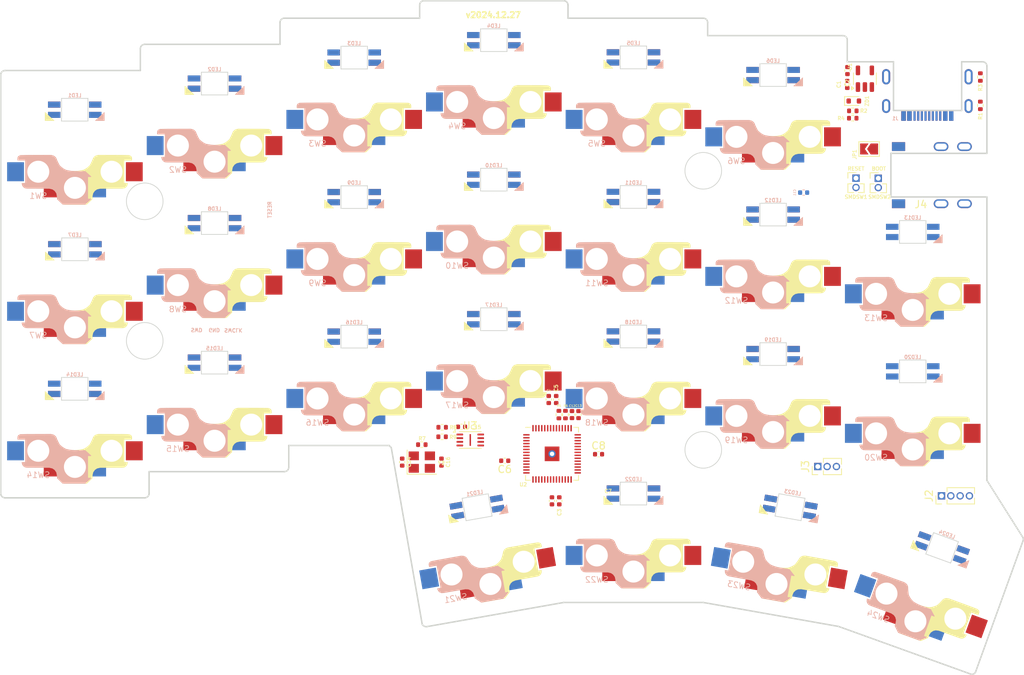
<source format=kicad_pcb>
(kicad_pcb (version 20240108) (generator "pcbnew") (generator_version "8.0")
  (title_block (title "Corne") (date "2024-05-07") (rev "4.1.0") (company "foostan"))
  (layers (0 "F.Cu" signal) (31 "B.Cu" signal) (34 "B.Paste" user) (35 "F.Paste" user) (36 "B.SilkS" user "B.Silkscreen") (37 "F.SilkS" user "F.Silkscreen") (38 "B.Mask" user) (39 "F.Mask" user) (44 "Edge.Cuts" user))
  (net 0 "")
  (net 1 "+1V1")
  (net 2 "+5V")
  (net 3 "+3V3")
  (net 4 "GND")
  (net 5 "VBUS")
  (net 6 "Net-(LED1-DOUT)")
  (net 7 "Net-(LED2-DOUT)")
  (net 8 "Net-(LED7-DOUT)")
  (net 9 "Net-(LED8-DOUT)")
  (net 10 "Net-(LED10-DIN)")
  (net 11 "Net-(LED10-DOUT)")
  (net 12 "Net-(LED15-DOUT)")
  (net 13 "Net-(LED16-DOUT)")
  (net 14 "Net-(LED17-DOUT)")
  (net 15 "Net-(LED11-DOUT)")
  (net 16 "/D-")
  (net 17 "/D+")
  (net 18 "/TX")
  (net 19 "/SCL")
  (net 20 "/SDA")
  (net 21 "/SWD")
  (net 22 "/SWCLK")
  (net 23 "/SPLIT_HAND")
  (net 24 "/LED")
  (net 25 "/USB_VBUS_PIN")
  (net 26 "/QSPI_SS")
  (net 27 "/KEY1")
  (net 28 "/KEY8")
  (net 29 "/KEY15")
  (net 30 "/KEY2")
  (net 31 "/KEY9")
  (net 32 "/KEY16")
  (net 33 "/KEY3")
  (net 34 "/KEY10")
  (net 35 "/KEY17")
  (net 36 "/KEY21")
  (net 37 "/KEY4")
  (net 38 "/KEY11")
  (net 39 "/KEY18")
  (net 40 "/KEY22")
  (net 41 "/KEY5")
  (net 42 "/KEY12")
  (net 43 "/KEY19")
  (net 44 "/KEY23")
  (net 45 "/KEY6")
  (net 46 "/KEY13")
  (net 47 "/KEY20")
  (net 48 "/KEY24")
  (net 49 "/KEY7")
  (net 50 "/KEY14")
  (net 51 "/QSPI_SD1")
  (net 52 "/QSPI_SD3")
  (net 53 "/QSPI_SCLK")
  (net 54 "/QSPI_SD2")
  (net 55 "/QSPI_SD0")
  (net 56 "Net-(LED23-DOUT)")
  (net 58 "Net-(C16-Pad1)")
  (net 59 "Net-(LED3-DOUT)")
  (net 60 "Net-(LED4-DOUT)")
  (net 61 "Net-(LED5-DOUT)")
  (net 62 "Net-(LED6-DOUT)")
  (net 63 "Net-(LED12-DOUT)")
  (net 64 "Net-(LED13-DOUT)")
  (net 65 "Net-(LED14-DOUT)")
  (net 66 "Net-(LED18-DOUT)")
  (net 67 "Net-(LED19-DOUT)")
  (net 68 "Net-(LED20-DOUT)")
  (net 69 "Net-(LED21-DOUT)")
  (net 70 "Net-(LED22-DOUT)")
  (net 73 "Net-(U2-XIN)")
  (net 74 "Net-(J1-CC2)")
  (net 76 "Net-(J1-CC1)")
  (net 80 "Net-(U2-USB_DP)")
  (net 81 "Net-(U2-USB_DM)")
  (net 82 "Net-(U2-XOUT)")
  (net 83 "Net-(R9-Pad1)")
  (net 84 "Net-(U2-RUN)")
  (footprint "Capacitor_SMD:C_0402_1005Metric" (layer "F.Cu") (at 94.317283 173.379661 90)
    (property "Reference" "C14")
    (property "Value" "27p")
  )
  (footprint "Connector_PinHeader_1.27mm:PinHeader_1x03_P1.27mm_Vertical" (layer "F.Cu") (at 151.018848 173.987109 90)
    (property "Reference" "J3")
    (property "Value" "Conn_01x03")
  )
  (footprint "Diode_SMD:D_SOD-523" (layer "F.Cu") (at 155.931951 124.083867)
    (property "Reference" "ZD1")
    (property "Value" "NSR0520V2T5G")
  )
  (footprint "Capacitor_SMD:C_0402_1005Metric" (layer "F.Cu") (at 102.417293 168.566834 180)
    (property "Reference" "C15")
    (property "Value" "1u")
  )
  (footprint "Resistor_SMD:R_0402_1005Metric" (layer "F.Cu") (at 99.760413 169.923096)
    (property "Reference" "R9")
    (property "Value" "1k")
  )
  (footprint "Resistor_SMD:R_0402_1005Metric" (layer "F.Cu") (at 155.783719 126.427627)
    (property "Reference" "R4")
    (property "Value" "10K")
  )
  (footprint "Capacitor_SMD:C_0402_1005Metric" (layer "F.Cu") (at 114.311848 164.835109 90)
    (property "Reference" "C4")
    (property "Value" "100n" (hide yes))
  )
  (footprint "Connector_PinHeader_1.27mm:PinHeader_1x02_P1.27mm_Vertical" (layer "F.Cu") (at 159.269719 134.633688)
    (property "Reference" "SMDSW2")
    (property "Value" "TS-1088R-02026")
  )
  (footprint "Capacitor_SMD:C_0402_1005Metric" (layer "F.Cu") (at 114.74852 178.670333 -90)
    (property "Reference" "C7")
    (property "Value" "100n")
  )
  (footprint "Capacitor_SMD:C_0402_1005Metric" (layer "F.Cu") (at 117.48288 166.895109 90)
    (property "Reference" "C12")
    (property "Value" "1u")
  )
  (footprint "Capacitor_SMD:C_0402_1005Metric" (layer "F.Cu") (at 155.063719 119.927627 -90)
    (property "Reference" "C2")
    (property "Value" "10u")
  )
  (footprint "Resistor_SMD:R_0402_1005Metric" (layer "F.Cu") (at 173.195999 124.679176 -90)
    (property "Reference" "R1")
    (property "Value" "5.1k")
  )
  (footprint "Resistor_SMD:R_0402_1005Metric" (layer "F.Cu") (at 96.996196 170.998413 180)
    (property "Reference" "R7")
    (property "Value" "1k")
  )
  (footprint "Resistor_SMD:R_0402_1005Metric" (layer "F.Cu") (at 116.589912 166.895109 90)
    (property "Reference" "R6")
    (property "Value" "27")
  )
  (footprint "Package_TO_SOT_SMD:SOT-23-5" (layer "F.Cu") (at 157.443719 121.040127 90)
    (property "Reference" "U1")
    (property "Value" "TLV75533PDBVR")
  )
  (footprint "Capacitor_SMD:C_0402_1005Metric" (layer "F.Cu") (at 121.106328 172.304245)
    (property "Reference" "C8")
    (property "Value" "100n")
  )
  (footprint "Connector_PinHeader_1.27mm:PinHeader_1x02_P1.27mm_Vertical" (layer "F.Cu") (at 156.229706 134.618302)
    (property "Reference" "SMDSW1")
    (property "Value" "TS-1088R-02026")
  )
  (footprint "Package_SON:Winbond_USON-8-1EP_3x2mm_P0.5mm_EP0.2x1.6mm" (layer "F.Cu") (at 103.607917 170.363722)
    (property "Reference" "U3")
    (property "Value" "W25Q16JVUXIQ")
  )
  (footprint "Capacitor_SMD:C_0402_1005Metric" (layer "F.Cu") (at 118.375848 166.895109 90)
    (property "Reference" "C13")
    (property "Value" "1u")
  )
  (footprint "Capacitor_SMD:C_0402_1005Metric" (layer "F.Cu") (at 99.6751 173.379661 -90)
    (property "Reference" "C16")
    (property "Value" "27p")
  )
  (footprint "Crystal:Crystal_SMD_3225-4Pin_3.2x2.5mm" (layer "F.Cu") (at 96.996196 173.379661)
    (property "Reference" "Y1")
    (property "Value" "12MHz")
  )
  (footprint "Capacitor_SMD:C_0402_1005Metric" (layer "F.Cu") (at 108.30712 173.197213 180)
    (property "Reference" "C6")
    (property "Value" "100n")
  )
  (footprint "Resistor_SMD:R_0402_1005Metric" (layer "F.Cu") (at 115.696944 166.895109 -90)
    (property "Reference" "R5")
    (property "Value" "27")
  )
  (footprint "Capacitor_SMD:C_0402_1005Metric" (layer "F.Cu") (at 115.74852 178.670333 -90)
    (property "Reference" "C3")
    (property "Value" "100n")
  )
  (footprint "Resistor_SMD:R_0402_1005Metric" (layer "F.Cu") (at 99.770413 168.62544 180)
    (property "Reference" "R8")
    (property "Value" "10k")
  )
  (footprint "Capacitor_SMD:C_0402_1005Metric" (layer "F.Cu") (at 155.038983 121.817931 90)
    (property "Reference" "C1")
    (property "Value" "10u")
  )
  (footprint "Connector_PinHeader_1.27mm:PinHeader_1x04_P1.27mm_Vertical" (layer "F.Cu") (at 167.893848 177.987109 90)
    (property "Reference" "J2")
    (property "Value" "Conn_01x04")
  )
  (footprint "kbd_local:QFN-56-1EP_7x7mm_P0.4mm_EP3.2x3.2mm" (layer "F.Cu") (at 114.763848 172.255109)
    (property "Reference" "U2")
    (property "Value" "RP2040")
  )
  (footprint "Resistor_SMD:R_0402_1005Metric" (layer "F.Cu") (at 173.195999 120.809648 -90)
    (property "Reference" "R3")
    (property "Value" "5.1k" (hide yes))
  )
  (footprint "Jumper:SolderJumper-2_P1.3mm_Open_TrianglePad1.0x1.5mm" (layer "F.Cu") (at 158.015645 130.63233 180)
    (property "Reference" "JP1")
    (property "Value" "Split Right")
  )
  (footprint "Capacitor_SMD:C_0402_1005Metric" (layer "F.Cu") (at 115.327848 164.835109 90)
    (property "Reference" "C5")
    (property "Value" "100n")
  )
  (footprint "Resistor_SMD:R_0402_1005Metric" (layer "F.Cu") (at 155.793719 125.427627 180)
    (property "Reference" "R2")
    (property "Value" "5.6k")
  )
  (footprint "kbd_local:PJ-398A-5A_PJ-399B-6A-dual" (layer "F.Cu") (at 173.831159 134.204168 -90)
    (property "Reference" "J4")
    (property "Value" "SJ-3501-SMT-TR")
  )
  (footprint "kbd_local:keyswitch_choc12_hotswap_1u_dual" (layer "B.Cu") (at 68.718848 126.465234 180)
    (property "Reference" "SW2")
    (property "Value" "SW_Push" (hide yes))
  )
  (footprint "kbd_local:YS-SK6812MINI-E-dual" (layer "B.Cu") (at 125.868848 137.180859 180)
    (property "Reference" "LED11")
    (property "Value" "YS-SK6812MINI-E" (hide yes))
    (fp_line (start 1.8 1.55) (end -1.8 1.55) (stroke (width 0.1)) (layer "Edge.Cuts"))
    (fp_line (start 1.8 -1.55) (end 1.8 1.55) (stroke (width 0.1)) (layer "Edge.Cuts"))
    (fp_line (start -1.8 1.55) (end -1.8 -1.55) (stroke (width 0.1)) (layer "Edge.Cuts"))
    (fp_line (start -1.8 -1.55) (end 1.8 -1.55) (stroke (width 0.1)) (layer "Edge.Cuts"))
  )
  (footprint "kbd_local:YS-SK6812MINI-E-dual" (layer "B.Cu") (at 49.643848 163.374609 180)
    (property "Reference" "LED14")
    (property "Value" "YS-SK6812MINI-E" (hide yes))
    (fp_line (start 1.8 1.55) (end -1.8 1.55) (stroke (width 0.1)) (layer "Edge.Cuts"))
    (fp_line (start 1.8 -1.55) (end 1.8 1.55) (stroke (width 0.1)) (layer "Edge.Cuts"))
    (fp_line (start -1.8 1.55) (end -1.8 -1.55) (stroke (width 0.1)) (layer "Edge.Cuts"))
    (fp_line (start -1.8 -1.55) (end 1.8 -1.55) (stroke (width 0.1)) (layer "Edge.Cuts"))
  )
  (footprint "kbd_local:keyswitch_choc12_hotswap_1u_dual" (layer "B.Cu") (at 106.818848 158.612109 180)
    (property "Reference" "SW17")
    (property "Value" "SW_Push" (hide yes))
  )
  (footprint "kbd_local:keyswitch_choc12_hotswap_1u_dual" (layer "B.Cu") (at 87.768848 141.943359 180)
    (property "Reference" "SW9")
    (property "Value" "SW_Push" (hide yes))
  )
  (footprint "kbd_local:YS-SK6812MINI-E-dual" (layer "B.Cu") (at 125.868848 156.230859 180)
    (property "Reference" "LED18")
    (property "Value" "YS-SK6812MINI-E" (hide yes))
    (fp_line (start 1.8 1.55) (end -1.8 1.55) (stroke (width 0.1)) (layer "Edge.Cuts"))
    (fp_line (start 1.8 -1.55) (end 1.8 1.55) (stroke (width 0.1)) (layer "Edge.Cuts"))
    (fp_line (start -1.8 1.55) (end -1.8 -1.55) (stroke (width 0.1)) (layer "Edge.Cuts"))
    (fp_line (start -1.8 -1.55) (end 1.8 -1.55) (stroke (width 0.1)) (layer "Edge.Cuts"))
  )
  (footprint "kbd_local:keyswitch_choc12_hotswap_1u_dual" (layer "B.Cu") (at 49.668848 168.137109 180)
    (property "Reference" "SW14")
    (property "Value" "SW_Push" (hide yes))
  )
  (footprint "kbd_local:YS-SK6812MINI-E-dual" (layer "B.Cu") (at 68.718848 140.752734 180)
    (property "Reference" "LED8")
    (property "Value" "YS-SK6812MINI-E" (hide yes))
    (fp_line (start 1.8 1.55) (end -1.8 1.55) (stroke (width 0.1)) (layer "Edge.Cuts"))
    (fp_line (start 1.8 -1.55) (end 1.8 1.55) (stroke (width 0.1)) (layer "Edge.Cuts"))
    (fp_line (start -1.8 1.55) (end -1.8 -1.55) (stroke (width 0.1)) (layer "Edge.Cuts"))
    (fp_line (start -1.8 -1.55) (end 1.8 -1.55) (stroke (width 0.1)) (layer "Edge.Cuts"))
  )
  (footprint "kbd_local:keyswitch_choc12_hotswap_1u_dual" (layer "B.Cu") (at 49.668848 149.087109 180)
    (property "Reference" "SW7")
    (property "Value" "SW_Push" (hide yes))
  )
  (footprint "Capacitor_SMD:C_0402_1005Metric" (layer "B.Cu") (at 149.085992 136.585525 180)
    (property "Reference" "C11")
    (property "Value" "100n" (hide yes))
  )
  (footprint "kbd_local:YS-SK6812MINI-E-dual" (layer "B.Cu") (at 87.768848 137.205859 180)
    (property "Reference" "LED9")
    (property "Value" "YS-SK6812MINI-E" (hide yes))
    (fp_line (start 1.8 1.55) (end -1.8 1.55) (stroke (width 0.1)) (layer "Edge.Cuts"))
    (fp_line (start 1.8 -1.55) (end 1.8 1.55) (stroke (width 0.1)) (layer "Edge.Cuts"))
    (fp_line (start -1.8 1.55) (end -1.8 -1.55) (stroke (width 0.1)) (layer "Edge.Cuts"))
    (fp_line (start -1.8 -1.55) (end 1.8 -1.55) (stroke (width 0.1)) (layer "Edge.Cuts"))
  )
  (footprint "kbd_local:keyswitch_choc12_hotswap_1u_dual" (layer "B.Cu") (at 125.868848 160.993359 180)
    (property "Reference" "SW18")
    (property "Value" "SW_Push" (hide yes))
  )
  (footprint "kbd_local:keyswitch_choc12_hotswap_1u_dual" (layer "B.Cu") (at 106.818848 120.512109 180)
    (property "Reference" "SW4")
    (property "Value" "SW_Push" (hide yes))
  )
  (footprint "kbd_local:YS-SK6812MINI-E-dual" (layer "B.Cu") (at 104.537446 179.539749 -170)
    (property "Reference" "LED21")
    (property "Value" "YS-SK6812MINI-E" (hide yes))
    (fp_line (start 1.8 1.55) (end -1.8 1.55) (stroke (width 0.1)) (layer "Edge.Cuts"))
    (fp_line (start 1.8 -1.55) (end 1.8 1.55) (stroke (width 0.1)) (layer "Edge.Cuts"))
    (fp_line (start -1.8 1.55) (end -1.8 -1.55) (stroke (width 0.1)) (layer "Edge.Cuts"))
    (fp_line (start -1.8 -1.55) (end 1.8 -1.55) (stroke (width 0.1)) (layer "Edge.Cuts"))
  )
  (footprint "kbd_local:keyswitch_choc12_hotswap_1u_dual" (layer "B.Cu") (at 125.868872 182.424669 180)
    (property "Reference" "SW22")
    (property "Value" "SW_Push" (hide yes))
  )
  (footprint "kbd_local:keyswitch_choc12_hotswap_1u_dual" (layer "B.Cu") (at 106.818848 139.562109 180)
    (property "Reference" "SW10")
    (property "Value" "SW_Push" (hide yes))
  )
  (footprint "kbd_local:YS-SK6812MINI-E-dual" (layer "B.Cu") (at 106.818848 134.824609 180)
    (property "Reference" "LED10")
    (property "Value" "YS-SK6812MINI-E" (hide yes))
    (fp_line (start 1.8 1.55) (end -1.8 1.55) (stroke (width 0.1)) (layer "Edge.Cuts"))
    (fp_line (start 1.8 -1.55) (end 1.8 1.55) (stroke (width 0.1)) (layer "Edge.Cuts"))
    (fp_line (start -1.8 1.55) (end -1.8 -1.55) (stroke (width 0.1)) (layer "Edge.Cuts"))
    (fp_line (start -1.8 -1.55) (end 1.8 -1.55) (stroke (width 0.1)) (layer "Edge.Cuts"))
  )
  (footprint "kbd_local:keyswitch_choc12_hotswap_1u_dual" (layer "B.Cu") (at 125.868848 141.943359 180)
    (property "Reference" "SW11")
    (property "Value" "SW_Push" (hide yes))
  )
  (footprint "kbd_local:YS-SK6812MINI-E-dual" (layer "B.Cu") (at 144.918848 139.587109 180)
    (property "Reference" "LED12")
    (property "Value" "YS-SK6812MINI-E" (hide yes))
    (fp_line (start 1.8 1.55) (end -1.8 1.55) (stroke (width 0.1)) (layer "Edge.Cuts"))
    (fp_line (start 1.8 -1.55) (end 1.8 1.55) (stroke (width 0.1)) (layer "Edge.Cuts"))
    (fp_line (start -1.8 1.55) (end -1.8 -1.55) (stroke (width 0.1)) (layer "Edge.Cuts"))
    (fp_line (start -1.8 -1.55) (end 1.8 -1.55) (stroke (width 0.1)) (layer "Edge.Cuts"))
  )
  (footprint "kbd_local:keyswitch_choc12_hotswap_1u_dual" (layer "B.Cu") (at 144.918848 163.374609 180)
    (property "Reference" "SW19")
    (property "Value" "SW_Push" (hide yes))
  )
  (footprint "kbd_local:YS-SK6812MINI-E-dual" (layer "B.Cu") (at 125.868848 118.130859 180)
    (property "Reference" "LED5")
    (property "Value" "YS-SK6812MINI-E" (hide yes))
    (fp_line (start 1.8 1.55) (end -1.8 1.55) (stroke (width 0.1)) (layer "Edge.Cuts"))
    (fp_line (start 1.8 -1.55) (end 1.8 1.55) (stroke (width 0.1)) (layer "Edge.Cuts"))
    (fp_line (start -1.8 1.55) (end -1.8 -1.55) (stroke (width 0.1)) (layer "Edge.Cuts"))
    (fp_line (start -1.8 -1.55) (end 1.8 -1.55) (stroke (width 0.1)) (layer "Edge.Cuts"))
  )
  (footprint "kbd_local:YS-SK6812MINI-E-dual" (layer "B.Cu") (at 49.643848 125.274609 180)
    (property "Reference" "LED1")
    (property "Value" "YS-SK6812MINI-E" (hide yes))
    (fp_line (start 1.8 1.55) (end -1.8 1.55) (stroke (width 0.1)) (layer "Edge.Cuts"))
    (fp_line (start 1.8 -1.55) (end 1.8 1.55) (stroke (width 0.1)) (layer "Edge.Cuts"))
    (fp_line (start -1.8 1.55) (end -1.8 -1.55) (stroke (width 0.1)) (layer "Edge.Cuts"))
    (fp_line (start -1.8 -1.55) (end 1.8 -1.55) (stroke (width 0.1)) (layer "Edge.Cuts"))
  )
  (footprint "kbd_local:keyswitch_choc12_hotswap_1u_dual" (layer "B.Cu") (at 163.968775 165.755781 180)
    (property "Reference" "SW20")
    (property "Value" "SW_Push" (hide yes))
  )
  (footprint "kbd_local:keyswitch_choc12_hotswap_1u_dual" (layer "B.Cu") (at 87.768848 122.893359 180)
    (property "Reference" "SW3")
    (property "Value" "SW_Push" (hide yes))
  )
  (footprint "kbd_local:keyswitch_choc12_hotswap_1u_dual" (layer "B.Cu") (at 166.35004 189.568425 160)
    (property "Reference" "SW24")
    (property "Value" "SW_Push" (hide yes))
  )
  (footprint "kbd_local:YS-SK6812MINI-E-dual" (layer "B.Cu") (at 106.818848 153.874609 180)
    (property "Reference" "LED17")
    (property "Value" "YS-SK6812MINI-E" (hide yes))
    (fp_line (start 1.8 1.55) (end -1.8 1.55) (stroke (width 0.1)) (layer "Edge.Cuts"))
    (fp_line (start 1.8 -1.55) (end 1.8 1.55) (stroke (width 0.1)) (layer "Edge.Cuts"))
    (fp_line (start -1.8 1.55) (end -1.8 -1.55) (stroke (width 0.1)) (layer "Edge.Cuts"))
    (fp_line (start -1.8 -1.55) (end 1.8 -1.55) (stroke (width 0.1)) (layer "Edge.Cuts"))
  )
  (footprint "kbd_local:YS-SK6812MINI-E-dual" (layer "B.Cu") (at 144.918848 158.637109 180)
    (property "Reference" "LED19")
    (property "Value" "YS-SK6812MINI-E" (hide yes))
    (fp_line (start 1.8 1.55) (end -1.8 1.55) (stroke (width 0.1)) (layer "Edge.Cuts"))
    (fp_line (start 1.8 -1.55) (end 1.8 1.55) (stroke (width 0.1)) (layer "Edge.Cuts"))
    (fp_line (start -1.8 1.55) (end -1.8 -1.55) (stroke (width 0.1)) (layer "Edge.Cuts"))
    (fp_line (start -1.8 -1.55) (end 1.8 -1.55) (stroke (width 0.1)) (layer "Edge.Cuts"))
  )
  (footprint "kbd_local:YS-SK6812MINI-E-dual" (layer "B.Cu") (at 144.918848 120.537109 180)
    (property "Reference" "LED6")
    (property "Value" "YS-SK6812MINI-E" (hide yes))
    (fp_line (start 1.8 1.55) (end -1.8 1.55) (stroke (width 0.1)) (layer "Edge.Cuts"))
    (fp_line (start 1.8 -1.55) (end 1.8 1.55) (stroke (width 0.1)) (layer "Edge.Cuts"))
    (fp_line (start -1.8 1.55) (end -1.8 -1.55) (stroke (width 0.1)) (layer "Edge.Cuts"))
    (fp_line (start -1.8 -1.55) (end 1.8 -1.55) (stroke (width 0.1)) (layer "Edge.Cuts"))
  )
  (footprint "kbd_local:YS-SK6812MINI-E-dual" (layer "B.Cu") (at 87.768848 118.155859 180)
    (property "Reference" "LED3")
    (property "Value" "YS-SK6812MINI-E" (hide yes))
    (fp_line (start 1.8 1.55) (end -1.8 1.55) (stroke (width 0.1)) (layer "Edge.Cuts"))
    (fp_line (start 1.8 -1.55) (end 1.8 1.55) (stroke (width 0.1)) (layer "Edge.Cuts"))
    (fp_line (start -1.8 1.55) (end -1.8 -1.55) (stroke (width 0.1)) (layer "Edge.Cuts"))
    (fp_line (start -1.8 -1.55) (end 1.8 -1.55) (stroke (width 0.1)) (layer "Edge.Cuts"))
  )
  (footprint "kbd_local:YS-SK6812MINI-E" (layer "B.Cu") (at 163.968775 160.993281 180)
    (property "Reference" "LED20")
    (property "Value" "YS-SK6812MINI-E" (hide yes))
    (fp_line (start 1.8 1.55) (end 1.8 -1.55) (stroke (width 0.1)) (layer "Edge.Cuts"))
    (fp_line (start 1.8 -1.55) (end -1.8 -1.55) (stroke (width 0.1)) (layer "Edge.Cuts"))
    (fp_line (start -1.8 1.55) (end 1.8 1.55) (stroke (width 0.1)) (layer "Edge.Cuts"))
    (fp_line (start -1.8 -1.55) (end -1.8 1.55) (stroke (width 0.1)) (layer "Edge.Cuts"))
  )
  (footprint "kbd_local:YS-SK6812MINI-E-dual" (layer "B.Cu") (at 87.768848 156.255859 180)
    (property "Reference" "LED16")
    (property "Value" "YS-SK6812MINI-E" (hide yes))
    (fp_line (start 1.8 1.55) (end -1.8 1.55) (stroke (width 0.1)) (layer "Edge.Cuts"))
    (fp_line (start 1.8 -1.55) (end 1.8 1.55) (stroke (width 0.1)) (layer "Edge.Cuts"))
    (fp_line (start -1.8 1.55) (end -1.8 -1.55) (stroke (width 0.1)) (layer "Edge.Cuts"))
    (fp_line (start -1.8 -1.55) (end 1.8 -1.55) (stroke (width 0.1)) (layer "Edge.Cuts"))
  )
  (footprint "kbd_local:YS-SK6812MINI-E" (layer "B.Cu") (at 163.968777 141.955781 180)
    (property "Reference" "LED13")
    (property "Value" "YS-SK6812MINI-E" (hide yes))
    (fp_line (start 1.8 1.55) (end 1.8 -1.55) (stroke (width 0.1)) (layer "Edge.Cuts"))
    (fp_line (start 1.8 -1.55) (end -1.8 -1.55) (stroke (width 0.1)) (layer "Edge.Cuts"))
    (fp_line (start -1.8 1.55) (end 1.8 1.55) (stroke (width 0.1)) (layer "Edge.Cuts"))
    (fp_line (start -1.8 -1.55) (end -1.8 1.55) (stroke (width 0.1)) (layer "Edge.Cuts"))
  )
  (footprint "kbd_local:YS-SK6812MINI-E-dual" (layer "B.Cu") (at 68.718848 159.802734 180)
    (property "Reference" "LED15")
    (property "Value" "YS-SK6812MINI-E" (hide yes))
    (fp_line (start 1.8 1.55) (end -1.8 1.55) (stroke (width 0.1)) (layer "Edge.Cuts"))
    (fp_line (start 1.8 -1.55) (end 1.8 1.55) (stroke (width 0.1)) (layer "Edge.Cuts"))
    (fp_line (start -1.8 1.55) (end -1.8 -1.55) (stroke (width 0.1)) (layer "Edge.Cuts"))
    (fp_line (start -1.8 -1.55) (end 1.8 -1.55) (stroke (width 0.1)) (layer "Edge.Cuts"))
  )
  (footprint "kbd_local:keyswitch_choc12_hotswap_1u_dual" (layer "B.Cu") (at 105.33056 184.210485 -170)
    (property "Reference" "SW21")
    (property "Value" "SW_Push" (hide yes))
  )
  (footprint "kbd_local:keyswitch_choc12_hotswap_1u_dual" (layer "B.Cu") (at 125.868848 122.893359 180)
    (property "Reference" "SW5")
    (property "Value" "SW_Push" (hide yes))
  )
  (footprint "kbd_local:keyswitch_choc12_hotswap_1u_dual" (layer "B.Cu") (at 144.918848 125.274609 180)
    (property "Reference" "SW6")
    (property "Value" "SW_Push" (hide yes))
  )
  (footprint "kbd_local:keyswitch_choc12_hotswap_1u_dual" (layer "B.Cu") (at 163.968775 146.705781 180)
    (property "Reference" "SW13")
    (property "Value" "SW_Push" (hide yes))
  )
  (footprint "kbd_local:keyswitch_choc12_hotswap_1u_dual" (layer "B.Cu") (at 146.407088 184.210485 170)
    (property "Reference" "SW23")
    (property "Value" "SW_Push" (hide yes))
  )
  (footprint "kbd_local:YS-SK6812MINI-E-dual" (layer "B.Cu") (at 106.818848 115.774609 180)
    (property "Reference" "LED4")
    (property "Value" "YS-SK6812MINI-E" (hide yes))
    (fp_line (start 1.8 1.55) (end -1.8 1.55) (stroke (width 0.1)) (layer "Edge.Cuts"))
    (fp_line (start 1.8 -1.55) (end 1.8 1.55) (stroke (width 0.1)) (layer "Edge.Cuts"))
    (fp_line (start -1.8 1.55) (end -1.8 -1.55) (stroke (width 0.1)) (layer "Edge.Cuts"))
    (fp_line (start -1.8 -1.55) (end 1.8 -1.55) (stroke (width 0.1)) (layer "Edge.Cuts"))
  )
  (footprint "kbd_local:TYPE-C-31-M-13C-dual" (layer "B.Cu") (at 165.96622 120.771377)
    (property "Reference" "J1")
    (property "Value" "USB4520-03-0-A")
  )
  (footprint "kbd_local:keyswitch_choc12_hotswap_1u_dual" (layer "B.Cu") (at 144.918848 144.324609 180)
    (property "Reference" "SW12")
    (property "Value" "SW_Push" (hide yes))
  )
  (footprint "kbd_local:keyswitch_choc12_hotswap_1u_dual" (layer "B.Cu") (at 49.668848 130.037109 180)
    (property "Reference" "SW1")
    (property "Value" "SW_Push" (hide yes))
  )
  (footprint "kbd_local:keyswitch_choc12_hotswap_1u_dual" (layer "B.Cu") (at 68.718848 145.515234 180)
    (property "Reference" "SW8")
    (property "Value" "SW_Push" (hide yes))
  )
  (footprint "kbd_local:keyswitch_choc12_hotswap_1u_dual" (layer "B.Cu") (at 87.768848 160.993359 180)
    (property "Reference" "SW16")
    (property "Value" "SW_Push" (hide yes))
  )
  (footprint "kbd_local:YS-SK6812MINI-E-dual" (layer "B.Cu") (at 49.668848 144.324609 180)
    (property "Reference" "LED7")
    (property "Value" "YS-SK6812MINI-E" (hide yes))
    (fp_line (start 1.8 1.55) (end -1.8 1.55) (stroke (width 0.1)) (layer "Edge.Cuts"))
    (fp_line (start 1.8 -1.55) (end 1.8 1.55) (stroke (width 0.1)) (layer "Edge.Cuts"))
    (fp_line (start -1.8 1.55) (end -1.8 -1.55) (stroke (width 0.1)) (layer "Edge.Cuts"))
    (fp_line (start -1.8 -1.55) (end 1.8 -1.55) (stroke (width 0.1)) (layer "Edge.Cuts"))
  )
  (footprint "kbd_local:YS-SK6812MINI-E-dual" (layer "B.Cu") (at 167.975143 185.089843 160)
    (property "Reference" "LED24")
    (property "Value" "YS-SK6812MINI-E" (hide yes))
    (fp_line (start 1.800001 -1.549999) (end 1.800001 1.55) (stroke (width 0.1)) (layer "Edge.Cuts"))
    (fp_line (start 1.800001 1.55) (end -1.800001 1.549999) (stroke (width 0.1)) (layer "Edge.Cuts"))
    (fp_line (start -1.800001 -1.55) (end 1.800001 -1.549999) (stroke (width 0.1)) (layer "Edge.Cuts"))
    (fp_line (start -1.800001 1.549999) (end -1.800001 -1.55) (stroke (width 0.1)) (layer "Edge.Cuts"))
  )
  (footprint "kbd_local:YS-SK6812MINI-E-dual" (layer "B.Cu") (at 125.868872 177.675919 180)
    (property "Reference" "LED22")
    (property "Value" "YS-SK6812MINI-E" (hide yes))
    (fp_line (start 1.8 1.55) (end -1.8 1.55) (stroke (width 0.1)) (layer "Edge.Cuts"))
    (fp_line (start 1.8 -1.55) (end 1.8 1.55) (stroke (width 0.1)) (layer "Edge.Cuts"))
    (fp_line (start -1.8 1.55) (end -1.8 -1.55) (stroke (width 0.1)) (layer "Edge.Cuts"))
    (fp_line (start -1.8 -1.55) (end 1.8 -1.55) (stroke (width 0.1)) (layer "Edge.Cuts"))
  )
  (footprint "kbd_local:keyswitch_choc12_hotswap_1u_dual" (layer "B.Cu") (at 68.718848 164.565234 180)
    (property "Reference" "SW15")
    (property "Value" "SW_Push" (hide yes))
  )
  (footprint "kbd_local:YS-SK6812MINI-E-dual" (layer "B.Cu") (at 147.229903 179.534666 169.999)
    (property "Reference" "LED23")
    (property "Value" "YS-SK6812MINI-E" (hide yes))
    (fp_line (start 1.799999 -1.549999) (end 1.8 1.549999) (stroke (width 0.1)) (layer "Edge.Cuts"))
    (fp_line (start 1.8 1.549999) (end -1.799999 1.549999) (stroke (width 0.1)) (layer "Edge.Cuts"))
    (fp_line (start -1.8 -1.549999) (end 1.799999 -1.549999) (stroke (width 0.1)) (layer "Edge.Cuts"))
    (fp_line (start -1.799999 1.549999) (end -1.8 -1.549999) (stroke (width 0.1)) (layer "Edge.Cuts"))
  )
  (footprint "kbd_local:YS-SK6812MINI-E-dual" (layer "B.Cu") (at 68.718848 121.702734 180)
    (property "Reference" "LED2")
    (property "Value" "YS-SK6812MINI-E" (hide yes))
    (fp_line (start 1.8 1.55) (end -1.8 1.55) (stroke (width 0.1)) (layer "Edge.Cuts"))
    (fp_line (start 1.8 -1.55) (end 1.8 1.55) (stroke (width 0.1)) (layer "Edge.Cuts"))
    (fp_line (start -1.8 1.55) (end -1.8 -1.55) (stroke (width 0.1)) (layer "Edge.Cuts"))
    (fp_line (start -1.8 -1.55) (end 1.8 -1.55) (stroke (width 0.1)) (layer "Edge.Cuts"))
  )
  (gr_line (start 160.992103 131.227608) (end 160.992103 137.180728) (stroke (width 0.2)) (layer "Edge.Cuts"))
  (gr_arc (start 78.839145 174.090287) (mid 78.664782 174.511236) (end 78.243832 174.6856) (stroke (width 0.2)) (layer "Edge.Cuts"))
  (gr_line (start 174.089096 175.280805) (end 174.089225 175.876226) (stroke (width 0.2)) (layer "Edge.Cuts"))
  (gr_line (start 77.648519 113.368361) (end 77.648519 116.344926) (stroke (width 0.2)) (layer "Edge.Cuts"))
  (gr_line (start 174.088967 137.180728) (end 174.089096 175.280805) (stroke (width 0.2)) (layer "Edge.Cuts"))
  (gr_line (start 174.088967 131.227608) (end 174.089096 119.321383) (stroke (width 0.2)) (layer "Edge.Cuts"))
  (gr_arc (start 40.1438 178.257478) (mid 39.72285 178.083115) (end 39.548487 177.662165) (stroke (width 0.2)) (layer "Edge.Cuts"))
  (gr_arc (start 96.698535 110.987109) (mid 96.872898 110.566159) (end 97.293848 110.391796) (stroke (width 0.2)) (layer "Edge.Cuts"))
  (gr_line (start 39.548487 120.512117) (end 39.548487 177.662165) (stroke (width 0.2)) (layer "Edge.Cuts"))
  (gr_line (start 155.03908 118.72607) (end 161.343719 118.72607) (stroke (width 0.2)) (layer "Edge.Cuts"))
  (gr_line (start 116.343864 192.54499) (end 135.39388 192.54499) (stroke (width 0.2)) (layer "Edge.Cuts"))
  (gr_arc (start 178.977383 183.63355) (mid 179.057126 183.848772) (end 179.033848 184.077109) (stroke (width 0.2)) (layer "Edge.Cuts"))
  (gr_line (start 172.537967 202.038421) (end 179.033848 184.077109) (stroke (width 0.2)) (layer "Edge.Cuts"))
  (gr_line (start 97.734834 195.834742) (end 116.343864 192.54499) (stroke (width 0.2)) (layer "Edge.Cuts"))
  (gr_circle (center 135.393848 133.609003) (end 137.893848 133.609003) (stroke (width 0.1)) (fill none) (layer "Edge.Cuts"))
  (gr_arc (start 116.343864 110.391796) (mid 116.764814 110.566159) (end 116.939177 110.987109) (stroke (width 0.2)) (layer "Edge.Cuts"))
  (gr_line (start 58.598503 116.940239) (end 58.598503 119.916804) (stroke (width 0.2)) (layer "Edge.Cuts"))
  (gr_arc (start 135.39388 112.773048) (mid 135.81483 112.947411) (end 135.989193 113.368361) (stroke (width 0.2)) (layer "Edge.Cuts"))
  (gr_line (start 116.939177 112.773048) (end 135.39388 112.773048) (stroke (width 0.2)) (layer "Edge.Cuts"))
  (gr_line (start 153.848488 195.819069) (end 172.005504 202.367501) (stroke (width 0.2)) (layer "Edge.Cuts"))
  (gr_line (start 78.839145 174.090287) (end 78.839145 171.113722) (stroke (width 0.2)) (layer "Edge.Cuts"))
  (gr_line (start 40.1438 178.257478) (end 59.193816 178.257478) (stroke (width 0.2)) (layer "Edge.Cuts"))
  (gr_line (start 135.989193 115.1543) (end 154.443896 115.1543) (stroke (width 0.2)) (layer "Edge.Cuts"))
  (gr_line (start 59.789129 174.6856) (end 78.243832 174.6856) (stroke (width 0.2)) (layer "Edge.Cuts"))
  (gr_line (start 161.343719 118.72607) (end 161.34622 125.368877) (stroke (width 0.2)) (layer "Edge.Cuts"))
  (gr_line (start 135.39388 192.54499) (end 153.848488 195.819069) (stroke (width 0.2)) (layer "Edge.Cuts"))
  (gr_line (start 135.989193 113.368361) (end 135.989193 115.1543) (stroke (width 0.2)) (layer "Edge.Cuts"))
  (gr_arc (start 59.789129 177.662165) (mid 59.614766 178.083114) (end 59.193816 178.257478) (stroke (width 0.2)) (layer "Edge.Cuts"))
  (gr_line (start 78.839145 171.113722) (end 92.531344 171.113722) (stroke (width 0.2)) (layer "Edge.Cuts"))
  (gr_line (start 96.698535 112.773048) (end 78.243832 112.773048) (stroke (width 0.2)) (layer "Edge.Cuts"))
  (gr_circle (center 59.193848 137.776194) (end 61.693848 137.776194) (stroke (width 0.1)) (fill none) (layer "Edge.Cuts"))
  (gr_arc (start 77.648519 113.368361) (mid 77.822882 112.947411) (end 78.243832 112.773048) (stroke (width 0.2)) (layer "Edge.Cuts"))
  (gr_line (start 160.992103 137.180728) (end 174.088967 137.180728) (stroke (width 0.2)) (layer "Edge.Cuts"))
  (gr_line (start 92.829008 171.411277) (end 92.531344 171.113722) (stroke (width 0.2)) (layer "Edge.Cuts"))
  (gr_line (start 59.789129 177.662165) (end 59.789129 174.6856) (stroke (width 0.2)) (layer "Edge.Cuts"))
  (gr_line (start 174.088967 131.227608) (end 160.992103 131.227608) (stroke (width 0.2)) (layer "Edge.Cuts"))
  (gr_line (start 77.648519 116.344926) (end 59.193816 116.344926) (stroke (width 0.2)) (layer "Edge.Cuts"))
  (gr_arc (start 172.537967 202.038421) (mid 172.318478 202.278592) (end 172.005504 202.367501) (stroke (width 0.2)) (layer "Edge.Cuts"))
  (gr_line (start 178.977383 183.63355) (end 174.089225 175.876226) (stroke (width 0.2)) (layer "Edge.Cuts"))
  (gr_arc (start 97.734834 195.834742) (mid 97.339137 195.793123) (end 97.04848 195.521413) (stroke (width 0.2)) (layer "Edge.Cuts"))
  (gr_line (start 97.04848 195.521413) (end 92.829008 171.411277) (stroke (width 0.2)) (layer "Edge.Cuts"))
  (gr_arc (start 173.493783 118.72607) (mid 173.914733 118.900433) (end 174.089096 119.321383) (stroke (width 0.2)) (layer "Edge.Cuts"))
  (gr_arc (start 39.548487 120.512117) (mid 39.72285 120.091167) (end 40.1438 119.916804) (stroke (width 0.2)) (layer "Edge.Cuts"))
  (gr_line (start 170.64122 125.375752) (end 161.34622 125.368877) (stroke (width 0.2)) (layer "Edge.Cuts"))
  (gr_line (start 58.598503 119.916804) (end 40.1438 119.916804) (stroke (width 0.2)) (layer "Edge.Cuts"))
  (gr_circle (center 135.393846 171.709035) (end 137.893846 171.709035) (stroke (width 0.1)) (fill none) (layer "Edge.Cuts"))
  (gr_circle (center 59.193848 156.82621) (end 61.693848 156.82621) (stroke (width 0.1)) (fill none) (layer "Edge.Cuts"))
  (gr_line (start 155.039209 115.749613) (end 155.03908 118.72607) (stroke (width 0.2)) (layer "Edge.Cuts"))
  (gr_line (start 170.64122 125.375752) (end 170.643719 118.72607) (stroke (width 0.2)) (layer "Edge.Cuts"))
  (gr_line (start 96.698535 110.987109) (end 96.698535 112.773048) (stroke (width 0.2)) (layer "Edge.Cuts"))
  (gr_line (start 116.939177 110.987109) (end 116.939177 112.773048) (stroke (width 0.2)) (layer "Edge.Cuts"))
  (gr_arc (start 154.443896 115.1543) (mid 154.864846 115.328663) (end 155.039209 115.749613) (stroke (width 0.2)) (layer "Edge.Cuts"))
  (gr_line (start 97.293848 110.391796) (end 116.343864 110.391796) (stroke (width 0.2)) (layer "Edge.Cuts"))
  (gr_arc (start 58.598503 116.940239) (mid 58.772866 116.519289) (end 59.193816 116.344926) (stroke (width 0.2)) (layer "Edge.Cuts"))
  (gr_line (start 170.643719 118.72607) (end 173.493783 118.72607) (stroke (width 0.2)) (layer "Edge.Cuts"))
  (gr_text "GND" (at 67.847598 155.055859 180) (layer "B.SilkS") (effects (font (size 0.5 0.5) (thickness 0.1) (bold yes)) (justify left bottom mirror)))
  (gr_text "SWCLK" (at 69.987598 155.085859 180) (layer "B.SilkS") (effects (font (size 0.5 0.5) (thickness 0.1) (bold yes)) (justify left bottom mirror)))
  (gr_text "SWD" (at 65.437598 155.045859 180) (layer "B.SilkS") (effects (font (size 0.5 0.5) (thickness 0.1) (bold yes)) (justify left bottom mirror)))
  (gr_text "RESET" (at 76.543848 137.730859 90) (layer "B.SilkS") (effects (font (size 0.5 0.5) (thickness 0.1)) (justify left bottom mirror)))
  (gr_text "v2024.12.27" (at 106.743848 112.330859 0) (layer "F.SilkS") (effects (font (size 0.8 0.8) (thickness 0.2) (bold yes))))
  (gr_text "BOOT" (at 158.313199 133.608895 0) (layer "F.SilkS") (effects (font (size 0.5 0.5) (thickness 0.1)) (justify left bottom)))
  (gr_text "RESET" (at 155.03908 133.608895 0) (layer "F.SilkS") (effects (font (size 0.5 0.5) (thickness 0.1)) (justify left bottom)))
)
</source>
